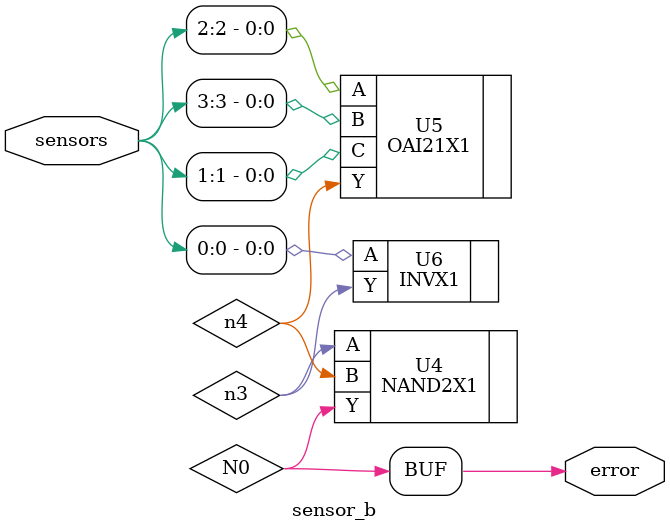
<source format=v>


module sensor_b ( sensors, error );
  input [3:0] sensors;
  output error;
  wire   N0, n3, n4;
  assign error = N0;

  NAND2X1 U4 ( .A(n3), .B(n4), .Y(N0) );
  OAI21X1 U5 ( .A(sensors[2]), .B(sensors[3]), .C(sensors[1]), .Y(n4) );
  INVX1 U6 ( .A(sensors[0]), .Y(n3) );
endmodule


</source>
